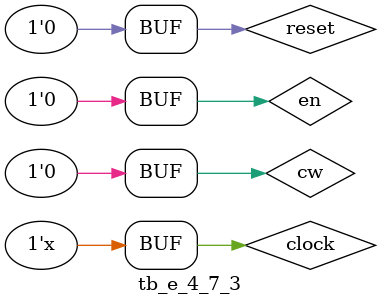
<source format=v>
`timescale 1ns / 1ps


module tb_tick_4;

// Inputs
reg clock = 0;
reg reset;

// Outputs
wire tick;

// Instantiate the Unit Under Test (UUT)
tick_4 uut (
.tick(tick),
.clock(clock),
.reset(reset)
);

always clock = #5 ~clock;

initial begin
// Initialize Inputs
reset = 1;

// Wait 100 ns for global reset to finish
#100;
reset = 0;

// Add stimulus here

end

endmodule

module tb_counter_down_3;

// Inputs
reg [2:0] x;

// Outputs
wire [2:0] y;

// Instantiate the Unit Under Test (UUT)
counter_down_3 uut (
.y (y),
.x (x)
);

initial begin
// Initialize Inputs

// Wait 100 ns for global reset to finish
#10;

// Add stimulus here
x = 3'd7; #10;
x = 3'd6; #10;
x = 3'd5; #10;
x = 3'd4; #10;
x = 3'd3; #10;
x = 3'd2; #10;
x = 3'd1; #10;
x = 3'd0; #10;
$finish;

end

endmodule

module tb_counter_up_2_seq;

// Inputs
reg clock = 0;
reg reset;
reg enable = 1'b1;

// Outputs
wire [1:0] counter_out;

always clock = #5 ~clock;

// Instantiate the Unit Under Test (UUT)
counter_up_2_seq uut (
.counter_out (counter_out),
.clock (clock),
.reset (reset),
.enable (enable)
);

initial begin
// Initialize Inputs
reset = 1;
// Wait 100 ns for global reset to finish
#102.5;
reset = 0;

// Add stimulus here
#100;
$finish;

end

endmodule

module tb_counter_up_3;

// Inputs
reg [2:0] x;

// Outputs
wire [2:0] y;

// Instantiate the Unit Under Test (UUT)
counter_up_3 uut (
.y (y),
.x (x)
);

initial begin
// Initialize Inputs

// Wait 100 ns for global reset to finish
#10;

// Add stimulus here
x = 3'd0; #10;
x = 3'd1; #10;
x = 3'd2; #10;
x = 3'd3; #10;
x = 3'd4; #10;
x = 3'd5; #10;
x = 3'd6; #10;
x = 3'd7; #10;
$finish;

end

endmodule

module tb_counter_down_2_seq;

// Inputs
reg clock = 0;
reg reset;
reg enable = 1'b1;

// Outputs
wire [1:0] counter_out;

always clock = #5 ~clock;

// Instantiate the Unit Under Test (UUT)
counter_down_2_seq uut (
.counter_out (counter_out),
.clock (clock),
.reset (reset),
.enable (enable)
);

initial begin
// Initialize Inputs
reset = 1;
// Wait 100 ns for global reset to finish
#102.5;
reset = 0;

// Add stimulus here
#100;
$finish;

end

endmodule

module tb_mux_81;

// Inputs
reg [7:0] x;
reg [2:0] s;

// Outputs
wire y;

// Instantiate the Unit Under Test (UUT)
mux_81 uut (
.y (y),
.x (x),
.s (s)
);

initial begin
// Initialize Inputs

// Wait 100 ns for global reset to finish
#10;

// Add stimulus here
x = 8'b00000001; s = 3'd0; #10;
x = 8'b00000010; s = 3'd1; #10;
x = 8'b00000100; s = 3'd2; #10;
x = 8'b00001000; s = 3'd3; #10;
x = 8'b00010000; s = 3'd4; #10;
x = 8'b00100000; s = 3'd5; #10;
x = 8'b01000000; s = 3'd6; #10;
x = 8'b10000000; s = 3'd7; #10;
x = 8'b10000000; s = 3'd0; #10;
x = 8'b01000000; s = 3'd1; #10;
x = 8'b00100000; s = 3'd2; #10;
x = 8'b00010000; s = 3'd3; #10;
x = 8'b00001000; s = 3'd4; #10;
x = 8'b00000100; s = 3'd5; #10;
x = 8'b00000010; s = 3'd6; #10;
x = 8'b00000001; s = 3'd7; #10;
x = 8'b10000000; s = 3'd0; #10;
x = 8'b10000000; s = 3'd1; #10;
x = 8'b10000000; s = 3'd2; #10;
x = 8'b10000000; s = 3'd3; #10;
x = 8'b10000000; s = 3'd4; #10;
x = 8'b10000000; s = 3'd5; #10;
x = 8'b10000000; s = 3'd6; #10;
x = 8'b10000000; s = 3'd7; #10;
x = 8'b01000000; s = 3'd0; #10;
x = 8'b01000000; s = 3'd1; #10;
x = 8'b01000000; s = 3'd2; #10;
x = 8'b01000000; s = 3'd3; #10;
x = 8'b01000000; s = 3'd4; #10;
x = 8'b01000000; s = 3'd5; #10;
x = 8'b01000000; s = 3'd6; #10;
x = 8'b01000000; s = 3'd7; #10;
x = 8'b00100000; s = 3'd0; #10;
x = 8'b00100000; s = 3'd1; #10;
x = 8'b00100000; s = 3'd2; #10;
x = 8'b00100000; s = 3'd3; #10;
x = 8'b00100000; s = 3'd4; #10;
x = 8'b00100000; s = 3'd5; #10;
x = 8'b00100000; s = 3'd6; #10;
x = 8'b00100000; s = 3'd7; #10;
x = 8'b00010000; s = 3'd0; #10;
x = 8'b00010000; s = 3'd1; #10;
x = 8'b00010000; s = 3'd2; #10;
x = 8'b00010000; s = 3'd3; #10;
x = 8'b00010000; s = 3'd4; #10;
x = 8'b00010000; s = 3'd5; #10;
x = 8'b00010000; s = 3'd6; #10;
x = 8'b00010000; s = 3'd7; #10;
x = 8'b00001000; s = 3'd0; #10;
x = 8'b00001000; s = 3'd1; #10;
x = 8'b00001000; s = 3'd2; #10;
x = 8'b00001000; s = 3'd3; #10;
x = 8'b00001000; s = 3'd4; #10;
x = 8'b00001000; s = 3'd5; #10;
x = 8'b00001000; s = 3'd6; #10;
x = 8'b00001000; s = 3'd7; #10;
x = 8'b00000100; s = 3'd0; #10;
x = 8'b00000100; s = 3'd1; #10;
x = 8'b00000100; s = 3'd2; #10;
x = 8'b00000100; s = 3'd3; #10;
x = 8'b00000100; s = 3'd4; #10;
x = 8'b00000100; s = 3'd5; #10;
x = 8'b00000100; s = 3'd6; #10;
x = 8'b00000100; s = 3'd7; #10;
x = 8'b00000010; s = 3'd0; #10;
x = 8'b00000010; s = 3'd1; #10;
x = 8'b00000010; s = 3'd2; #10;
x = 8'b00000010; s = 3'd3; #10;
x = 8'b00000010; s = 3'd4; #10;
x = 8'b00000010; s = 3'd5; #10;
x = 8'b00000010; s = 3'd6; #10;
x = 8'b00000010; s = 3'd7; #10;
x = 8'b00000001; s = 3'd0; #10;
x = 8'b00000001; s = 3'd1; #10;
x = 8'b00000001; s = 3'd2; #10;
x = 8'b00000001; s = 3'd3; #10;
x = 8'b00000001; s = 3'd4; #10;
x = 8'b00000001; s = 3'd5; #10;
x = 8'b00000001; s = 3'd6; #10;
x = 8'b00000001; s = 3'd7; #10;
$finish;

end

endmodule

module tb_mux_41;

// Inputs
reg [3:0] x;
reg [1:0] s;

// Outputs
wire y;

// Instantiate the Unit Under Test (UUT)
mux_41 uut (
.y (y),
.x (x),
.s (s)
);

initial begin
// Initialize Inputs

// Wait 100 ns for global reset to finish
#10;

// Add stimulus here
x = 4'b0001; s = 2'b00; #10;
x = 4'b0010; s = 2'b01; #10;
x = 4'b0100; s = 2'b10; #10;
x = 4'b1000; s = 2'b11; #10;
x = 4'b1000; s = 2'b00; #10;
x = 4'b0100; s = 2'b01; #10;
x = 4'b0010; s = 2'b10; #10;
x = 4'b0001; s = 2'b11; #10;
x = 4'b1000; s = 2'b00; #10;
x = 4'b1000; s = 2'b01; #10;
x = 4'b1000; s = 2'b10; #10;
x = 4'b1000; s = 2'b11; #10;
x = 4'b0100; s = 2'b00; #10;
x = 4'b0100; s = 2'b01; #10;
x = 4'b0100; s = 2'b10; #10;
x = 4'b0100; s = 2'b11; #10;
x = 4'b0010; s = 2'b00; #10;
x = 4'b0010; s = 2'b01; #10;
x = 4'b0010; s = 2'b10; #10;
x = 4'b0010; s = 2'b11; #10;
x = 4'b0001; s = 2'b00; #10;
x = 4'b0001; s = 2'b01; #10;
x = 4'b0001; s = 2'b10; #10;
x = 4'b0001; s = 2'b11; #10;
x = 4'b0001; s = 2'b11; #10;
x = 4'b0001; s = 2'b10; #10;
x = 4'b0001; s = 2'b01; #10;
x = 4'b0001; s = 2'b00; #10;
x = 4'b0010; s = 2'b11; #10;
x = 4'b0010; s = 2'b10; #10;
x = 4'b0010; s = 2'b01; #10;
x = 4'b0010; s = 2'b00; #10;
x = 4'b0100; s = 2'b11; #10;
x = 4'b0100; s = 2'b10; #10;
x = 4'b0100; s = 2'b01; #10;
x = 4'b0100; s = 2'b00; #10;
x = 4'b1000; s = 2'b11; #10;
x = 4'b1000; s = 2'b10; #10;
x = 4'b1000; s = 2'b01; #10;
x = 4'b1000; s = 2'b00; #10;
$finish;

end

endmodule

module tb_e_4_7_3;

// Inputs
reg clock = 0;
reg reset;
reg en;
reg cw;

// Outputs
wire [3:0] anode;
wire [6:0] segment;

// Instantiate the Unit Under Test (UUT)
e_4_7_3 uut (
.anode(anode),
.segment(segment),
.clock(clock),
.reset(reset),
.en(en),
.cw(cw)
);

always clock = #5 ~clock;

initial begin
// Initialize Inputs
reset = 1;
en = 0;
cw = 0;

// Wait 100 ns for global reset to finish
#102.5;
reset = 0;

// Add stimulus here

end

endmodule

</source>
